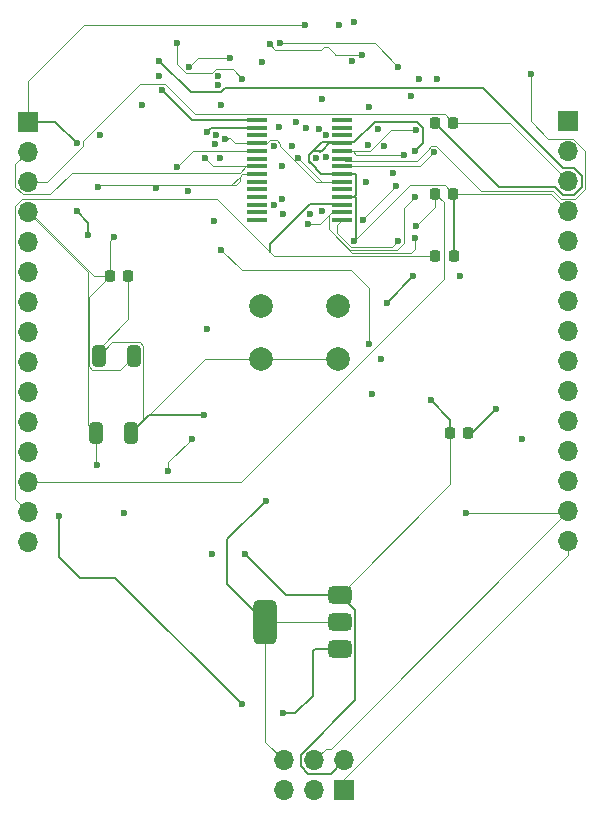
<source format=gbr>
%TF.GenerationSoftware,KiCad,Pcbnew,9.0.0*%
%TF.CreationDate,2025-04-07T20:23:24+05:30*%
%TF.ProjectId,arduino nano clone,61726475-696e-46f2-906e-616e6f20636c,rev?*%
%TF.SameCoordinates,Original*%
%TF.FileFunction,Copper,L1,Top*%
%TF.FilePolarity,Positive*%
%FSLAX46Y46*%
G04 Gerber Fmt 4.6, Leading zero omitted, Abs format (unit mm)*
G04 Created by KiCad (PCBNEW 9.0.0) date 2025-04-07 20:23:24*
%MOMM*%
%LPD*%
G01*
G04 APERTURE LIST*
G04 Aperture macros list*
%AMRoundRect*
0 Rectangle with rounded corners*
0 $1 Rounding radius*
0 $2 $3 $4 $5 $6 $7 $8 $9 X,Y pos of 4 corners*
0 Add a 4 corners polygon primitive as box body*
4,1,4,$2,$3,$4,$5,$6,$7,$8,$9,$2,$3,0*
0 Add four circle primitives for the rounded corners*
1,1,$1+$1,$2,$3*
1,1,$1+$1,$4,$5*
1,1,$1+$1,$6,$7*
1,1,$1+$1,$8,$9*
0 Add four rect primitives between the rounded corners*
20,1,$1+$1,$2,$3,$4,$5,0*
20,1,$1+$1,$4,$5,$6,$7,0*
20,1,$1+$1,$6,$7,$8,$9,0*
20,1,$1+$1,$8,$9,$2,$3,0*%
G04 Aperture macros list end*
%TA.AperFunction,ComponentPad*%
%ADD10R,1.700000X1.700000*%
%TD*%
%TA.AperFunction,ComponentPad*%
%ADD11O,1.700000X1.700000*%
%TD*%
%TA.AperFunction,SMDPad,CuDef*%
%ADD12RoundRect,0.225000X-0.225000X-0.250000X0.225000X-0.250000X0.225000X0.250000X-0.225000X0.250000X0*%
%TD*%
%TA.AperFunction,SMDPad,CuDef*%
%ADD13RoundRect,0.375000X0.625000X0.375000X-0.625000X0.375000X-0.625000X-0.375000X0.625000X-0.375000X0*%
%TD*%
%TA.AperFunction,SMDPad,CuDef*%
%ADD14RoundRect,0.500000X0.500000X1.400000X-0.500000X1.400000X-0.500000X-1.400000X0.500000X-1.400000X0*%
%TD*%
%TA.AperFunction,SMDPad,CuDef*%
%ADD15RoundRect,0.250000X-0.325000X-0.650000X0.325000X-0.650000X0.325000X0.650000X-0.325000X0.650000X0*%
%TD*%
%TA.AperFunction,SMDPad,CuDef*%
%ADD16R,1.750000X0.450000*%
%TD*%
%TA.AperFunction,ComponentPad*%
%ADD17C,2.000000*%
%TD*%
%TA.AperFunction,ViaPad*%
%ADD18C,0.600000*%
%TD*%
%TA.AperFunction,Conductor*%
%ADD19C,0.010000*%
%TD*%
%TA.AperFunction,Conductor*%
%ADD20C,0.200000*%
%TD*%
%TA.AperFunction,Conductor*%
%ADD21C,0.100000*%
%TD*%
G04 APERTURE END LIST*
D10*
%TO.P,J3,1,Pin_1*%
%TO.N,/D1{slash}TX*%
X176377380Y-73380000D03*
D11*
%TO.P,J3,2,Pin_2*%
%TO.N,/D0{slash}RX*%
X176377380Y-75920000D03*
%TO.P,J3,3,Pin_3*%
%TO.N,/RESET*%
X176377380Y-78460000D03*
%TO.P,J3,4,Pin_4*%
%TO.N,GND*%
X176377380Y-81000000D03*
%TO.P,J3,5,Pin_5*%
%TO.N,/D2*%
X176377380Y-83540000D03*
%TO.P,J3,6,Pin_6*%
%TO.N,/D3*%
X176377380Y-86080000D03*
%TO.P,J3,7,Pin_7*%
%TO.N,/D4*%
X176377380Y-88620000D03*
%TO.P,J3,8,Pin_8*%
%TO.N,/D5*%
X176377380Y-91160000D03*
%TO.P,J3,9,Pin_9*%
%TO.N,/D6*%
X176377380Y-93700000D03*
%TO.P,J3,10,Pin_10*%
%TO.N,/D7*%
X176377380Y-96240000D03*
%TO.P,J3,11,Pin_11*%
%TO.N,/D8*%
X176377380Y-98780000D03*
%TO.P,J3,12,Pin_12*%
%TO.N,/D9*%
X176377380Y-101320000D03*
%TO.P,J3,13,Pin_13*%
%TO.N,/D10*%
X176377380Y-103860000D03*
%TO.P,J3,14,Pin_14*%
%TO.N,/D11{slash}MOSI*%
X176377380Y-106400000D03*
%TO.P,J3,15,Pin_15*%
%TO.N,/D12{slash}MISO*%
X176377380Y-108940000D03*
%TD*%
D12*
%TO.P,C7,1*%
%TO.N,+5V*%
X137577380Y-86500000D03*
%TO.P,C7,2*%
%TO.N,GND*%
X139127380Y-86500000D03*
%TD*%
D13*
%TO.P,U6,1,IN*%
%TO.N,VCC*%
X157027380Y-118050000D03*
%TO.P,U6,2,GND*%
%TO.N,GND*%
X157027380Y-115750000D03*
D14*
X150727380Y-115750000D03*
D13*
%TO.P,U6,3,OUT*%
%TO.N,+5V*%
X157027380Y-113450000D03*
%TD*%
D15*
%TO.P,C2,1*%
%TO.N,GND*%
X136627380Y-93250000D03*
%TO.P,C2,2*%
%TO.N,+5V*%
X139577380Y-93250000D03*
%TD*%
D12*
%TO.P,C3,1*%
%TO.N,+5V*%
X166377380Y-99750000D03*
%TO.P,C3,2*%
%TO.N,GND*%
X167927380Y-99750000D03*
%TD*%
%TO.P,C5,1*%
%TO.N,+3V3*%
X165127380Y-84750000D03*
%TO.P,C5,2*%
%TO.N,GND*%
X166677380Y-84750000D03*
%TD*%
D15*
%TO.P,C6,1*%
%TO.N,+5V*%
X136402380Y-99750000D03*
%TO.P,C6,2*%
%TO.N,GND*%
X139352380Y-99750000D03*
%TD*%
D12*
%TO.P,0.1mF1,1*%
%TO.N,/AREF*%
X165102380Y-79500000D03*
%TO.P,0.1mF1,2*%
%TO.N,GND*%
X166652380Y-79500000D03*
%TD*%
%TO.P,C4,1*%
%TO.N,Net-(U3-DTR)*%
X165102380Y-73500000D03*
%TO.P,C4,2*%
%TO.N,/RESET*%
X166652380Y-73500000D03*
%TD*%
D16*
%TO.P,U3,1,TXD*%
%TO.N,/RX*%
X150027380Y-73275000D03*
%TO.P,U3,2,DTR*%
%TO.N,Net-(U3-DTR)*%
X150027380Y-73925000D03*
%TO.P,U3,3,RTS*%
%TO.N,unconnected-(U3-RTS-Pad3)*%
X150027380Y-74575000D03*
%TO.P,U3,4,VCCIO*%
%TO.N,+5V*%
X150027380Y-75225000D03*
%TO.P,U3,5,RXD*%
%TO.N,/TX*%
X150027380Y-75875000D03*
%TO.P,U3,6,RI*%
%TO.N,unconnected-(U3-RI-Pad6)*%
X150027380Y-76525000D03*
%TO.P,U3,7,GND*%
%TO.N,GND*%
X150027380Y-77175000D03*
%TO.P,U3,8*%
%TO.N,N/C*%
X150027380Y-77825000D03*
%TO.P,U3,9,DCR*%
%TO.N,unconnected-(U3-DCR-Pad9)*%
X150027380Y-78475000D03*
%TO.P,U3,10,DCD*%
%TO.N,unconnected-(U3-DCD-Pad10)*%
X150027380Y-79125000D03*
%TO.P,U3,11,CTS*%
%TO.N,unconnected-(U3-CTS-Pad11)*%
X150027380Y-79775000D03*
%TO.P,U3,12,CBUS4*%
%TO.N,unconnected-(U3-CBUS4-Pad12)*%
X150027380Y-80425000D03*
%TO.P,U3,13,CBUS2*%
%TO.N,unconnected-(U3-CBUS2-Pad13)*%
X150027380Y-81075000D03*
%TO.P,U3,14,CBUS3*%
%TO.N,unconnected-(U3-CBUS3-Pad14)*%
X150027380Y-81725000D03*
%TO.P,U3,15,USBD+*%
%TO.N,Net-(J1-D+)*%
X157227380Y-81725000D03*
%TO.P,U3,16,USBD-*%
%TO.N,Net-(J1-ID)*%
X157227380Y-81075000D03*
%TO.P,U3,17,3V3OUT*%
%TO.N,+3V3*%
X157227380Y-80425000D03*
%TO.P,U3,18,GND*%
%TO.N,GND*%
X157227380Y-79775000D03*
%TO.P,U3,19,~{RESET}*%
%TO.N,unconnected-(U3-~{RESET}-Pad19)*%
X157227380Y-79125000D03*
%TO.P,U3,20,VCC*%
%TO.N,+5V*%
X157227380Y-78475000D03*
%TO.P,U3,21,GND*%
%TO.N,GND*%
X157227380Y-77825000D03*
%TO.P,U3,22,CBUS1*%
%TO.N,Net-(U3-CBUS1)*%
X157227380Y-77175000D03*
%TO.P,U3,23,CBUS0*%
%TO.N,Net-(U3-CBUS0)*%
X157227380Y-76525000D03*
%TO.P,U3,24*%
%TO.N,N/C*%
X157227380Y-75875000D03*
%TO.P,U3,25,AGND*%
%TO.N,GND*%
X157227380Y-75225000D03*
%TO.P,U3,26,TEST*%
%TO.N,unconnected-(U3-TEST-Pad26)*%
X157227380Y-74575000D03*
%TO.P,U3,27,OSCI*%
%TO.N,unconnected-(U3-OSCI-Pad27)*%
X157227380Y-73925000D03*
%TO.P,U3,28,OSCO*%
%TO.N,unconnected-(U3-OSCO-Pad28)*%
X157227380Y-73275000D03*
%TD*%
D10*
%TO.P,J4,1,Pin_1*%
%TO.N,VCC*%
X130627380Y-73420000D03*
D11*
%TO.P,J4,2,Pin_2*%
%TO.N,GND*%
X130627380Y-75960000D03*
%TO.P,J4,3,Pin_3*%
%TO.N,/RESET*%
X130627380Y-78500000D03*
%TO.P,J4,4,Pin_4*%
%TO.N,+5V*%
X130627380Y-81040000D03*
%TO.P,J4,5,Pin_5*%
%TO.N,/A7*%
X130627380Y-83580000D03*
%TO.P,J4,6,Pin_6*%
%TO.N,/A6*%
X130627380Y-86120000D03*
%TO.P,J4,7,Pin_7*%
%TO.N,/A5*%
X130627380Y-88660000D03*
%TO.P,J4,8,Pin_8*%
%TO.N,/A4*%
X130627380Y-91200000D03*
%TO.P,J4,9,Pin_9*%
%TO.N,/A3*%
X130627380Y-93740000D03*
%TO.P,J4,10,Pin_10*%
%TO.N,/A2*%
X130627380Y-96280000D03*
%TO.P,J4,11,Pin_11*%
%TO.N,/A1*%
X130627380Y-98820000D03*
%TO.P,J4,12,Pin_12*%
%TO.N,/A0*%
X130627380Y-101360000D03*
%TO.P,J4,13,Pin_13*%
%TO.N,/AREF*%
X130627380Y-103900000D03*
%TO.P,J4,14,Pin_14*%
%TO.N,+3V3*%
X130627380Y-106440000D03*
%TO.P,J4,15,Pin_15*%
%TO.N,/D13{slash}SCK*%
X130627380Y-108980000D03*
%TD*%
D10*
%TO.P,J2,1,Pin_1*%
%TO.N,/D12{slash}MISO*%
X157402380Y-130025000D03*
D11*
%TO.P,J2,2,Pin_2*%
%TO.N,+5V*%
X157402380Y-127485000D03*
%TO.P,J2,3,Pin_3*%
%TO.N,/D13{slash}SCK*%
X154862380Y-130025000D03*
%TO.P,J2,4,Pin_4*%
%TO.N,/D11{slash}MOSI*%
X154862380Y-127485000D03*
%TO.P,J2,5,Pin_5*%
%TO.N,/RESET*%
X152322380Y-130025000D03*
%TO.P,J2,6,Pin_6*%
%TO.N,GND*%
X152322380Y-127485000D03*
%TD*%
D17*
%TO.P,SW1,1,1*%
%TO.N,Net-(U1-~{RESET}{slash}PC6)*%
X156877380Y-89000000D03*
X150377380Y-89000000D03*
%TO.P,SW1,2,2*%
%TO.N,GND*%
X156877380Y-93500000D03*
X150377380Y-93500000D03*
%TD*%
D18*
%TO.N,*%
X162450000Y-76200000D03*
X136560000Y-78940000D03*
X163450000Y-74150000D03*
X141450000Y-79000000D03*
%TO.N,GND*%
X150754760Y-105500000D03*
X145504760Y-98250000D03*
X159480000Y-72190000D03*
X158254760Y-83500000D03*
X163379178Y-75876996D03*
X170254760Y-97750000D03*
X145600000Y-76440000D03*
%TO.N,/AREF*%
X155852378Y-76370000D03*
X163504760Y-82250000D03*
%TO.N,Net-(U1-XTAL2{slash}PB7)*%
X155004760Y-76500000D03*
X136754760Y-74500000D03*
%TO.N,Net-(U1-XTAL1{slash}PB6)*%
X140254760Y-72000000D03*
X161504760Y-77750000D03*
X159254760Y-78500000D03*
%TO.N,+5V*%
X137960000Y-83200000D03*
X136504760Y-102500000D03*
X147310000Y-74840000D03*
X165270000Y-69810000D03*
X159399791Y-75366031D03*
X153494760Y-76480000D03*
X149004760Y-110000000D03*
X164754760Y-97000000D03*
X146254760Y-110000000D03*
X163780000Y-69810000D03*
%TO.N,Net-(U3-DTR)*%
X141754760Y-68250000D03*
X145754760Y-74250000D03*
%TO.N,Net-(D4-A)*%
X167254760Y-86500000D03*
X163254760Y-86500000D03*
X161004760Y-88750000D03*
%TO.N,VCC*%
X148754760Y-122750000D03*
X134754760Y-75250000D03*
X133254760Y-106750000D03*
X134754760Y-81000000D03*
X154127380Y-65250000D03*
X152254760Y-123500000D03*
X135754760Y-83000000D03*
%TO.N,Net-(J1-D+)*%
X162004760Y-83500000D03*
X157004760Y-65250000D03*
%TO.N,Net-(J1-ID)*%
X163424760Y-79790000D03*
X154354760Y-82050000D03*
X159014760Y-81750000D03*
X161834760Y-78840000D03*
X158254760Y-65000000D03*
X163374760Y-83280000D03*
%TO.N,/D12{slash}MISO*%
X146882281Y-76482719D03*
%TO.N,/D13{slash}SCK*%
X146442939Y-75325001D03*
%TO.N,/D11{slash}MOSI*%
X159504760Y-92250000D03*
X167754760Y-106500000D03*
X160504760Y-93500000D03*
X159754760Y-96500000D03*
X147004760Y-84250000D03*
X153004760Y-75500000D03*
%TO.N,/D8*%
X151504760Y-80500000D03*
%TO.N,/D4*%
X155852378Y-74560000D03*
X158055760Y-68301000D03*
%TO.N,/D3*%
X160254760Y-74000000D03*
X155254760Y-74000000D03*
%TO.N,/D0{slash}RX*%
X151084760Y-66820000D03*
X158877380Y-67750000D03*
%TO.N,/D7*%
X145754760Y-91000000D03*
X172504760Y-100250000D03*
X152254760Y-81250000D03*
%TO.N,/D6*%
X154504760Y-81250000D03*
%TO.N,/D2*%
X155504760Y-71500000D03*
X163090000Y-71249000D03*
%TO.N,/D9*%
X151504760Y-75500000D03*
%TO.N,/D1{slash}TX*%
X152004760Y-66750000D03*
X162004760Y-68750000D03*
%TO.N,/D10*%
X152174760Y-79920000D03*
X146414760Y-81840000D03*
X144204760Y-79260000D03*
%TO.N,/D5*%
X155504760Y-81000000D03*
%TO.N,/A0*%
X147004760Y-72000000D03*
%TO.N,/A1*%
X146754760Y-70300003D03*
%TO.N,/A6*%
X146554762Y-74499000D03*
%TO.N,/A3*%
X141754760Y-69500000D03*
X146754760Y-69500000D03*
%TO.N,/A2*%
X148754760Y-69750000D03*
X143254760Y-66750000D03*
%TO.N,/A4*%
X150424760Y-68330000D03*
%TO.N,/A7*%
X152134760Y-77200000D03*
X151894760Y-73860000D03*
%TO.N,/A5*%
X153354760Y-73410000D03*
%TO.N,Net-(U1-~{RESET}{slash}PC6)*%
X144504760Y-100250000D03*
X154153760Y-73960000D03*
X147754760Y-68000000D03*
X144254760Y-68750000D03*
X142504760Y-103000000D03*
%TO.N,/RX*%
X142004760Y-70750000D03*
X138754760Y-106500000D03*
%TO.N,/TX*%
X143254760Y-77250000D03*
X160805760Y-75449000D03*
%TO.N,Net-(U3-CBUS0)*%
X173184760Y-69360000D03*
%TO.N,Net-(U3-CBUS1)*%
X165004760Y-76000000D03*
%TD*%
D19*
%TO.N,*%
X148775000Y-77825000D02*
X150027380Y-77825000D01*
X159905791Y-75575624D02*
X159606415Y-75875000D01*
X162450000Y-76200000D02*
X162344000Y-76094000D01*
X141696000Y-78754000D02*
X141450000Y-79000000D01*
X162450000Y-76200000D02*
X158437380Y-76200000D01*
X136560000Y-78940000D02*
X136746000Y-78754000D01*
X136560000Y-78940000D02*
X136550000Y-78950000D01*
X158437380Y-76200000D02*
X158112380Y-75875000D01*
X136746000Y-78754000D02*
X147846000Y-78754000D01*
X147846000Y-78754000D02*
X148550000Y-78050000D01*
X148213380Y-78754000D02*
X148550000Y-78417380D01*
X148213380Y-78754000D02*
X141696000Y-78754000D01*
X163450000Y-74150000D02*
X161330000Y-74150000D01*
X148550000Y-78050000D02*
X148775000Y-77825000D01*
X159905791Y-75574209D02*
X159905791Y-75575624D01*
X161330000Y-74150000D02*
X159905791Y-75574209D01*
X159606415Y-75875000D02*
X158112380Y-75875000D01*
X158112380Y-75875000D02*
X157227380Y-75875000D01*
X148550000Y-78417380D02*
X148550000Y-78050000D01*
D20*
%TO.N,GND*%
X168254760Y-99750000D02*
X167927380Y-99750000D01*
D19*
X130189970Y-79556000D02*
X132530760Y-79556000D01*
D20*
X140852380Y-98250000D02*
X139352380Y-99750000D01*
D19*
X146335000Y-77175000D02*
X150027380Y-77175000D01*
D20*
X155479817Y-77825000D02*
X154403760Y-76748943D01*
X154755817Y-75899000D02*
X155253703Y-75899000D01*
X170254760Y-97750000D02*
X168254760Y-99750000D01*
X158403380Y-77926000D02*
X158302380Y-77825000D01*
D21*
X150377380Y-93500000D02*
X156877380Y-93500000D01*
D20*
X158243817Y-75161000D02*
X160005817Y-73399000D01*
D19*
X145600000Y-76440000D02*
X146335000Y-77175000D01*
D21*
X150727380Y-125890000D02*
X152322380Y-127485000D01*
D19*
X136270000Y-77730000D02*
X136296000Y-77756000D01*
X149126600Y-77175000D02*
X150027380Y-77175000D01*
D20*
X145504760Y-98250000D02*
X140852380Y-98250000D01*
D21*
X140403380Y-92385552D02*
X140116828Y-92099000D01*
D20*
X160005817Y-73399000D02*
X163548943Y-73399000D01*
D19*
X136296000Y-77756000D02*
X148545600Y-77756000D01*
D20*
X164051000Y-73901057D02*
X164051000Y-75205174D01*
D19*
X132530760Y-79556000D02*
X134356760Y-77730000D01*
D20*
X158279380Y-79775000D02*
X158403380Y-79651000D01*
D21*
X165926380Y-78774000D02*
X166652380Y-79500000D01*
D20*
X155608380Y-75769000D02*
X156152380Y-75225000D01*
D21*
X137778380Y-92099000D02*
X136627380Y-93250000D01*
X174877380Y-79500000D02*
X166652380Y-79500000D01*
D20*
X158403380Y-79651000D02*
X158403380Y-77926000D01*
X154755817Y-77101000D02*
X154444760Y-76789943D01*
D21*
X145602380Y-93500000D02*
X150377380Y-93500000D01*
D20*
X155493817Y-75161000D02*
X158243817Y-75161000D01*
D21*
X140403380Y-98699000D02*
X140403380Y-92385552D01*
D19*
X134356760Y-77730000D02*
X136270000Y-77730000D01*
D21*
X158254760Y-83500000D02*
X162980760Y-78774000D01*
D20*
X154444760Y-76210057D02*
X154755817Y-75899000D01*
X157227380Y-79775000D02*
X158279380Y-79775000D01*
X154403760Y-76251057D02*
X155493817Y-75161000D01*
X154444760Y-76789943D02*
X154403760Y-76748943D01*
X155253703Y-75899000D02*
X155363569Y-76008866D01*
X158302380Y-77825000D02*
X157227380Y-77825000D01*
D21*
X136627380Y-93250000D02*
X136627380Y-92627380D01*
D20*
X147505760Y-112528380D02*
X147505760Y-108749000D01*
D19*
X129571380Y-78937410D02*
X130189970Y-79556000D01*
D20*
X154403760Y-76748943D02*
X154403760Y-76251057D01*
X166677380Y-79525000D02*
X166652380Y-79500000D01*
X157227380Y-79775000D02*
X158302380Y-79775000D01*
D21*
X150727380Y-115750000D02*
X157027380Y-115750000D01*
D20*
X158403380Y-79876000D02*
X158403380Y-83351380D01*
D21*
X139352380Y-99750000D02*
X145602380Y-93500000D01*
D20*
X163548943Y-73399000D02*
X164051000Y-73901057D01*
X155479817Y-77825000D02*
X154755817Y-77101000D01*
X154403760Y-76251057D02*
X154444760Y-76210057D01*
D21*
X176377380Y-81000000D02*
X174877380Y-79500000D01*
D19*
X130627380Y-75960000D02*
X129571380Y-77016000D01*
D20*
X147505760Y-108749000D02*
X150754760Y-105500000D01*
D19*
X148545600Y-77756000D02*
X149126600Y-77175000D01*
D21*
X162980760Y-78774000D02*
X165926380Y-78774000D01*
D20*
X150727380Y-115750000D02*
X147505760Y-112528380D01*
D21*
X136627380Y-92627380D02*
X139127380Y-90127380D01*
D20*
X155363569Y-76008866D02*
X155603435Y-75769000D01*
D21*
X140116828Y-92099000D02*
X137778380Y-92099000D01*
D20*
X155603435Y-75769000D02*
X155608380Y-75769000D01*
D21*
X139127380Y-90127380D02*
X139127380Y-86500000D01*
X139352380Y-99750000D02*
X140403380Y-98699000D01*
D20*
X166677380Y-84750000D02*
X166677380Y-79525000D01*
D21*
X150727380Y-115750000D02*
X150727380Y-125890000D01*
D20*
X156152380Y-75225000D02*
X157227380Y-75225000D01*
D19*
X129571380Y-77016000D02*
X129571380Y-78937410D01*
D20*
X164051000Y-75205174D02*
X163379178Y-75876996D01*
X158302380Y-79775000D02*
X158403380Y-79876000D01*
X158403380Y-83351380D02*
X158254760Y-83500000D01*
X157227380Y-77825000D02*
X155479817Y-77825000D01*
D21*
X157004760Y-93500000D02*
X157254760Y-93750000D01*
X156877380Y-93500000D02*
X157004760Y-93500000D01*
%TO.N,/AREF*%
X148681780Y-103900000D02*
X165828380Y-86753400D01*
X165102380Y-79500000D02*
X165102380Y-80652380D01*
X165102380Y-80652380D02*
X163504760Y-82250000D01*
X165828380Y-86753400D02*
X165828380Y-80226000D01*
X165828380Y-80226000D02*
X165102380Y-79500000D01*
X130627380Y-103900000D02*
X148681780Y-103900000D01*
%TO.N,+5V*%
X135754760Y-99102380D02*
X135754760Y-86167380D01*
D20*
X158328380Y-122391240D02*
X153711380Y-127008240D01*
D21*
X136402380Y-99750000D02*
X135754760Y-99102380D01*
D19*
X137960000Y-83200000D02*
X137890000Y-83200000D01*
X157227380Y-78475000D02*
X155489760Y-78475000D01*
D20*
X156251380Y-128636000D02*
X157402380Y-127485000D01*
D21*
X137577380Y-86500000D02*
X137577380Y-83512620D01*
D19*
X155489760Y-78475000D02*
X153494760Y-76480000D01*
X147310000Y-74840000D02*
X147560000Y-74840000D01*
D20*
X152454760Y-113450000D02*
X149004760Y-110000000D01*
D19*
X152010760Y-75290407D02*
X151714353Y-74994000D01*
X155025000Y-78475000D02*
X152010760Y-75460760D01*
X137890000Y-83200000D02*
X137577380Y-83512620D01*
D20*
X158328380Y-114751000D02*
X158328380Y-122391240D01*
D21*
X130794760Y-81040000D02*
X136254760Y-86500000D01*
D19*
X152010760Y-75460760D02*
X152010760Y-75290407D01*
X147760000Y-74800000D02*
X147350000Y-74800000D01*
X151714353Y-74994000D02*
X151143380Y-74994000D01*
D21*
X136504760Y-102500000D02*
X136402380Y-102397620D01*
D20*
X164754760Y-97000000D02*
X166377380Y-98622620D01*
D21*
X166377380Y-99750000D02*
X166377380Y-104100000D01*
D19*
X157227380Y-78475000D02*
X155025000Y-78475000D01*
X151143380Y-74994000D02*
X150912380Y-75225000D01*
D21*
X135801380Y-88276000D02*
X137577380Y-86500000D01*
D20*
X153711380Y-127961760D02*
X154385620Y-128636000D01*
D21*
X139577380Y-93250000D02*
X138426380Y-94401000D01*
D19*
X150027380Y-75225000D02*
X148185000Y-75225000D01*
X147560000Y-74840000D02*
X147590000Y-74870000D01*
D21*
X136087932Y-94401000D02*
X135801380Y-94114448D01*
D19*
X148185000Y-75225000D02*
X147760000Y-74800000D01*
D21*
X135801380Y-94114448D02*
X135801380Y-88276000D01*
D20*
X166377380Y-98622620D02*
X166377380Y-99750000D01*
D21*
X136402380Y-102397620D02*
X136402380Y-99750000D01*
X136254760Y-86500000D02*
X137577380Y-86500000D01*
D20*
X157027380Y-113450000D02*
X152454760Y-113450000D01*
X154385620Y-128636000D02*
X156251380Y-128636000D01*
D19*
X150912380Y-75225000D02*
X150027380Y-75225000D01*
D21*
X135754760Y-86167380D02*
X130627380Y-81040000D01*
X130627380Y-81040000D02*
X130794760Y-81040000D01*
X166377380Y-104100000D02*
X157027380Y-113450000D01*
X138426380Y-94401000D02*
X136087932Y-94401000D01*
D20*
X153711380Y-127008240D02*
X153711380Y-127961760D01*
D19*
X147350000Y-74800000D02*
X147310000Y-74840000D01*
D20*
X157027380Y-113450000D02*
X158328380Y-114751000D01*
%TO.N,Net-(U3-DTR)*%
X146105760Y-73899000D02*
X150001380Y-73899000D01*
X175900620Y-77309000D02*
X169140566Y-70548946D01*
X169140566Y-70548946D02*
X147355760Y-70548946D01*
X144405763Y-70901003D02*
X141754760Y-68250000D01*
X177528380Y-77983240D02*
X176854140Y-77309000D01*
X165102380Y-73500000D02*
X170539140Y-78936760D01*
X147355760Y-70548946D02*
X147003703Y-70901003D01*
X177528380Y-78936760D02*
X177528380Y-77983240D01*
X145754760Y-74250000D02*
X146105760Y-73899000D01*
X150001380Y-73899000D02*
X150027380Y-73925000D01*
X147003703Y-70901003D02*
X144405763Y-70901003D01*
X175226380Y-78936760D02*
X175900620Y-79611000D01*
X175900620Y-79611000D02*
X176854140Y-79611000D01*
X176854140Y-77309000D02*
X175900620Y-77309000D01*
X170539140Y-78936760D02*
X175226380Y-78936760D01*
X176854140Y-79611000D02*
X177528380Y-78936760D01*
D21*
%TO.N,/RESET*%
X171417380Y-73500000D02*
X166652380Y-73500000D01*
X176377380Y-78460000D02*
X171417380Y-73500000D01*
X144807992Y-72774000D02*
X142232992Y-70199000D01*
X165926380Y-72774000D02*
X144807992Y-72774000D01*
X135305760Y-75021768D02*
X135305760Y-75478232D01*
X166652380Y-73500000D02*
X165926380Y-72774000D01*
X142232992Y-70199000D02*
X140128528Y-70199000D01*
X135305760Y-75478232D02*
X132283992Y-78500000D01*
X132283992Y-78500000D02*
X130627380Y-78500000D01*
X140128528Y-70199000D02*
X135305760Y-75021768D01*
%TO.N,+3V3*%
X151102570Y-84402190D02*
X151450380Y-84750000D01*
X129526380Y-105339000D02*
X129526380Y-80583950D01*
X130627380Y-106440000D02*
X129526380Y-105339000D01*
X129526380Y-80583950D02*
X130171330Y-79939000D01*
X146639380Y-79939000D02*
X151102570Y-84402190D01*
D20*
X151102570Y-83802247D02*
X151102570Y-84402190D01*
X154505817Y-80399000D02*
X151102570Y-83802247D01*
X157227380Y-80425000D02*
X157201380Y-80399000D01*
X157201380Y-80399000D02*
X154505817Y-80399000D01*
D21*
X130171330Y-79939000D02*
X146639380Y-79939000D01*
X151450380Y-84750000D02*
X165127380Y-84750000D01*
D20*
%TO.N,Net-(D4-A)*%
X161004760Y-88750000D02*
X163254760Y-86500000D01*
%TO.N,VCC*%
X133254760Y-109750000D02*
X133254760Y-106750000D01*
X135754760Y-82000000D02*
X134754760Y-81000000D01*
X133254760Y-110250000D02*
X133254760Y-109750000D01*
X135754760Y-83000000D02*
X135754760Y-82000000D01*
D21*
X130627380Y-70000000D02*
X130627380Y-73420000D01*
D20*
X154754760Y-118250000D02*
X154754760Y-122000000D01*
X157027380Y-118050000D02*
X154954760Y-118050000D01*
X134754760Y-75250000D02*
X132924760Y-73420000D01*
X153254760Y-123500000D02*
X152254760Y-123500000D01*
X138004760Y-112000000D02*
X135004760Y-112000000D01*
X132924760Y-73420000D02*
X130627380Y-73420000D01*
X148754760Y-122750000D02*
X138004760Y-112000000D01*
D21*
X154127380Y-65250000D02*
X135377380Y-65250000D01*
D20*
X154954760Y-118050000D02*
X154754760Y-118250000D01*
X154754760Y-122000000D02*
X153254760Y-123500000D01*
D21*
X135377380Y-65250000D02*
X130627380Y-70000000D01*
D20*
X135004760Y-112000000D02*
X133254760Y-110250000D01*
D21*
%TO.N,Net-(J1-D+)*%
X156824760Y-82127620D02*
X156824760Y-82849232D01*
X158026528Y-84051000D02*
X161453760Y-84051000D01*
X161453760Y-84051000D02*
X162004760Y-83500000D01*
X156824760Y-82849232D02*
X158026528Y-84051000D01*
X156824760Y-82127620D02*
X157227380Y-81725000D01*
D19*
%TO.N,Net-(J1-ID)*%
X157920490Y-84307000D02*
X161913353Y-84307000D01*
X157227380Y-81075000D02*
X156365380Y-81075000D01*
X156146380Y-82532890D02*
X157920490Y-84307000D01*
X163074760Y-84494000D02*
X163374760Y-84194000D01*
X161834760Y-78840000D02*
X159014760Y-81660000D01*
X155390380Y-82050000D02*
X154354760Y-82050000D01*
X163374760Y-84194000D02*
X163374760Y-83280000D01*
X156365380Y-81075000D02*
X156146380Y-81294000D01*
X161913353Y-84307000D02*
X162510760Y-83709593D01*
X157227380Y-81075000D02*
X156342380Y-81075000D01*
X156365380Y-81075000D02*
X155390380Y-82050000D01*
X158107490Y-84494000D02*
X163074760Y-84494000D01*
X156146380Y-81271000D02*
X156146380Y-82532890D01*
X156146380Y-81294000D02*
X156146380Y-82532890D01*
X156146380Y-82532890D02*
X158107490Y-84494000D01*
X162510760Y-80704000D02*
X163424760Y-79790000D01*
X156342380Y-81075000D02*
X156146380Y-81271000D01*
X159014760Y-81660000D02*
X159014760Y-81750000D01*
X162510760Y-83709593D02*
X162510760Y-80704000D01*
D21*
%TO.N,/D12{slash}MISO*%
X176377380Y-108940000D02*
X176377380Y-110067050D01*
X157402380Y-129042050D02*
X157402380Y-130025000D01*
X176377380Y-110067050D02*
X157402380Y-129042050D01*
%TO.N,/D11{slash}MOSI*%
X158004760Y-86000000D02*
X148754760Y-86000000D01*
X159504760Y-92250000D02*
X159504760Y-87500000D01*
X176377380Y-106400000D02*
X156277380Y-126500000D01*
X176377380Y-106400000D02*
X176277380Y-106500000D01*
X148754760Y-86000000D02*
X147004760Y-84250000D01*
X176277380Y-106500000D02*
X167754760Y-106500000D01*
X155847380Y-126500000D02*
X154862380Y-127485000D01*
X156277380Y-126500000D02*
X155847380Y-126500000D01*
X159504760Y-87500000D02*
X158004760Y-86000000D01*
%TO.N,/D0{slash}RX*%
X156627380Y-67662620D02*
X156015760Y-67051000D01*
X158877380Y-67750000D02*
X156627380Y-67750000D01*
X156015760Y-67051000D02*
X155724760Y-67051000D01*
X151565760Y-67301000D02*
X151084760Y-66820000D01*
X155474760Y-67301000D02*
X151565760Y-67301000D01*
X156627380Y-67750000D02*
X156627380Y-67662620D01*
X155724760Y-67051000D02*
X155474760Y-67301000D01*
%TO.N,/D1{slash}TX*%
X162004760Y-68750000D02*
X160004760Y-66750000D01*
X160004760Y-66750000D02*
X152004760Y-66750000D01*
%TO.N,/A2*%
X144026528Y-69301000D02*
X146174528Y-69301000D01*
X143254760Y-68529232D02*
X144026528Y-69301000D01*
X143254760Y-66750000D02*
X143254760Y-68529232D01*
X146174528Y-69301000D02*
X146526528Y-68949000D01*
X146526528Y-68949000D02*
X147953760Y-68949000D01*
X147953760Y-68949000D02*
X148754760Y-69750000D01*
%TO.N,Net-(U1-~{RESET}{slash}PC6)*%
X142504760Y-102250000D02*
X142504760Y-102500000D01*
X147754760Y-68000000D02*
X145004760Y-68000000D01*
X142504760Y-102500000D02*
X142504760Y-103000000D01*
X145004760Y-68000000D02*
X144254760Y-68750000D01*
X144504760Y-100250000D02*
X142504760Y-102250000D01*
D20*
%TO.N,/RX*%
X142004760Y-70750000D02*
X144529760Y-73275000D01*
X144529760Y-73275000D02*
X150027380Y-73275000D01*
D21*
%TO.N,/TX*%
X143254760Y-77250000D02*
X144629760Y-75875000D01*
X144629760Y-75875000D02*
X150027380Y-75875000D01*
D19*
%TO.N,Net-(U3-CBUS0)*%
X177834380Y-75883590D02*
X177834380Y-79063510D01*
X168963113Y-79242760D02*
X165510760Y-75790407D01*
X165510760Y-75790407D02*
X165214353Y-75494000D01*
X157446380Y-76744000D02*
X157227380Y-76525000D01*
X163539167Y-76750000D02*
X158308380Y-76750000D01*
X176814790Y-74864000D02*
X177834380Y-75883590D01*
X164498760Y-75790407D02*
X163539167Y-76750000D01*
X177834380Y-79063510D02*
X176980890Y-79917000D01*
X175099630Y-79242760D02*
X168963113Y-79242760D01*
X165214353Y-75494000D02*
X164795167Y-75494000D01*
X175773870Y-79917000D02*
X175099630Y-79242760D01*
X158308380Y-76750000D02*
X158308380Y-76744000D01*
X164795167Y-75494000D02*
X164498760Y-75790407D01*
X173184760Y-69360000D02*
X173184760Y-73345970D01*
X158308380Y-76744000D02*
X157446380Y-76744000D01*
X176980890Y-79917000D02*
X175773870Y-79917000D01*
X173184760Y-73345970D02*
X174702790Y-74864000D01*
X174702790Y-74864000D02*
X176814790Y-74864000D01*
D21*
%TO.N,Net-(U3-CBUS1)*%
X165004760Y-76000000D02*
X163829760Y-77175000D01*
X163829760Y-77175000D02*
X157227380Y-77175000D01*
%TD*%
M02*

</source>
